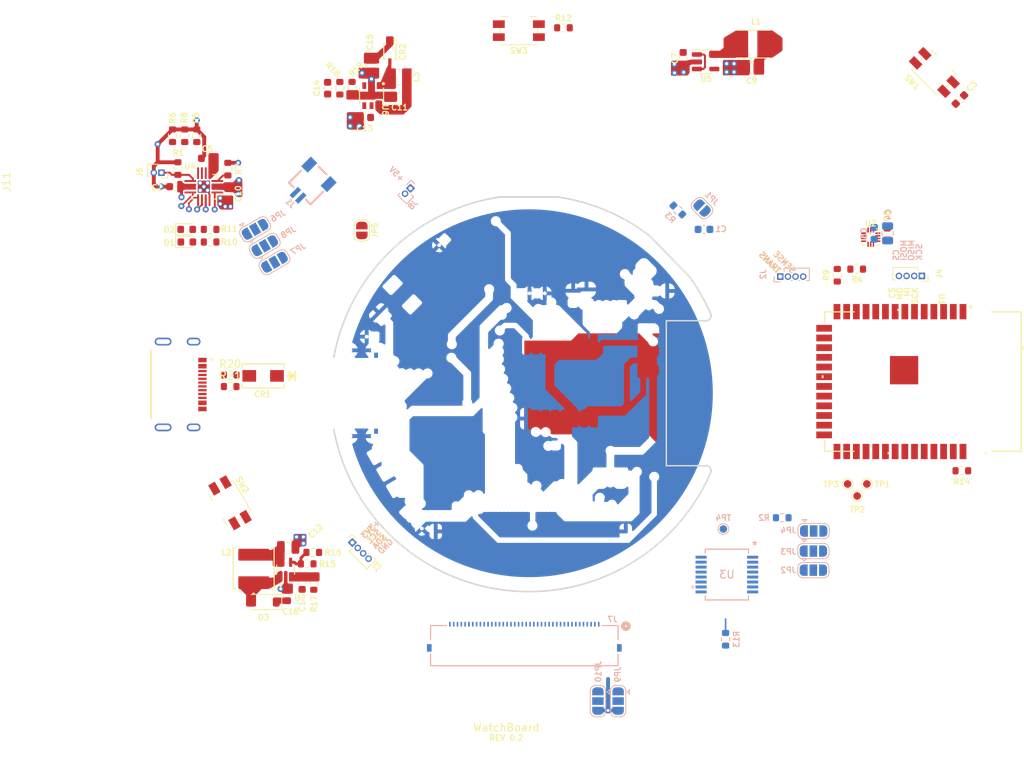
<source format=kicad_pcb>
(kicad_pcb (version 20221018) (generator pcbnew)
  (layers (0 "F.Cu" signal) (31 "B.Cu" signal) (34 "B.Paste" user) (35 "F.Paste" user) (36 "B.SilkS" user "B.Silkscreen") (37 "F.SilkS" user "F.Silkscreen") (38 "B.Mask" user) (39 "F.Mask" user) (44 "Edge.Cuts" user))
  (net 0 "")
  (net 1 "GND")
  (net 2 "Net-(JP1-A)")
  (net 3 "/VBAT")
  (net 4 "Net-(JP1-B)")
  (net 5 "+3.3V")
  (net 6 "+5V_IN")
  (net 7 "+4V4")
  (net 8 "Net-(U6-SS)")
  (net 9 "+5V")
  (net 10 "Net-(U6-FB)")
  (net 11 "+24V")
  (net 12 "/LEDK")
  (net 13 "Net-(D1-K)")
  (net 14 "Net-(D1-A)")
  (net 15 "Net-(D2-K)")
  (net 16 "Net-(D2-A)")
  (net 17 "Net-(D3-A)")
  (net 18 "/TRANSMIT")
  (net 19 "/SENSE_P")
  (net 20 "/SCL")
  (net 21 "/SDA")
  (net 22 "/SCK")
  (net 23 "/MISO")
  (net 24 "/MOSI")
  (net 25 "/CS")
  (net 26 "D-")
  (net 27 "D+")
  (net 28 "Net-(J6-Pin_1)")
  (net 29 "/ADDR0")
  (net 30 "/ADDR1")
  (net 31 "/ADDR2")
  (net 32 "Net-(JP6-C)")
  (net 33 "Net-(JP7-C)")
  (net 34 "Net-(JP8-C)")
  (net 35 "/IM1")
  (net 36 "/IM0")
  (net 37 "Net-(U4-TMR)")
  (net 38 "Net-(U4-ISET)")
  (net 39 "Net-(U4-ILIM)")
  (net 40 "Net-(U4-ITERM)")
  (net 41 "/BTN_1")
  (net 42 "/TFT_CS")
  (net 43 "Net-(J7-Pad12)")
  (net 44 "/PCLK")
  (net 45 "/BACKLIGHT")
  (net 46 "A1")
  (net 47 "/BOOT0_B4")
  (net 51 "/EXP_IRQ")
  (net 54 "/A0")
  (net 55 "/U5_SW")
  (net 56 "/U6_SW")
  (net 57 "/TFT_RESET")
  (net 58 "/TFT_MOSI")
  (net 59 "/TFT_SCK")
  (net 60 "/DE")
  (net 61 "/VSYNC")
  (net 62 "/HSYNC")
  (net 63 "/B1")
  (net 64 "/B2")
  (net 65 "/B3")
  (net 66 "/B5")
  (net 67 "/G0")
  (net 68 "/G1")
  (net 69 "/G2")
  (net 70 "/G3")
  (net 71 "/G4")
  (net 72 "/G5")
  (net 73 "/R1")
  (net 74 "/R2")
  (net 75 "/R3")
  (net 76 "/R4")
  (net 77 "/R5")
  (net 78 "/TP_IRQ")
  (net 79 "/RXD0")
  (net 80 "/TXD0")
  (net 83 "Net-(J11-VBUS_A)")
  (net 84 "Net-(J11-CC1)")
  (net 85 "Net-(J11-CC2)")
  (footprint "Resistor_SMD:R_0603_1608Metric" (layer "F.Cu") (at 25.336 46.99)
    (fp_text reference "R11")
    (fp_text value "1.5K")
  )
  (footprint "Resistor_SMD:R_0603_1608Metric" (layer "F.Cu") (at 42.331292 28.489907 90)
    (fp_text reference "R18")
    (fp_text value "8.06K")
  )
  (footprint "USB4500-03-0-A:GCT_USB4500-03-0-A_REVA1" (layer "F.Cu") (at 19.177 67.31 -90)
    (fp_text reference "J11")
    (fp_text value "USB4500-03-0-A_REVA1")
    (fp_line (start -4.62 -4.65) (end -4.62 1.6) (stroke (width 0.01)) (layer "Edge.Cuts"))
    (fp_line (start -4.62 1.6) (end 4.62 1.6) (stroke (width 0.01)) (layer "Edge.Cuts"))
    (fp_line (start 3.82 -4.6) (end -3.82 -4.6) (stroke (width 0.01)) (layer "Edge.Cuts"))
    (fp_line (start 4.62 1.6) (end 4.62 -4.65) (stroke (width 0.01)) (layer "Edge.Cuts"))
    (fp_arc (start -4.62 -4.65) (mid -4.517487 -4.897487) (end -4.27 -5) (stroke (width 0.01)) (layer "Edge.Cuts"))
    (fp_arc (start -4.27 -5) (mid -4.06201 -4.922132) (end -3.97 -4.72) (stroke (width 0.01)) (layer "Edge.Cuts"))
    (fp_arc (start -3.82 -4.6) (mid -3.919853 -4.628934) (end -3.97 -4.72) (stroke (width 0.01)) (layer "Edge.Cuts"))
    (fp_arc (start 3.97 -4.72) (mid 3.919853 -4.628934) (end 3.82 -4.6) (stroke (width 0.01)) (layer "Edge.Cuts"))
    (fp_arc (start 3.97 -4.72) (mid 4.06201 -4.922132) (end 4.27 -5) (stroke (width 0.01)) (layer "Edge.Cuts"))
    (fp_arc (start 4.27 -5) (mid 4.517487 -4.897487) (end 4.62 -4.65) (stroke (width 0.01)) (layer "Edge.Cuts"))
  )
  (footprint "NR5040T6R8M:IND_TAIYO_NR5040_TAY" (layer "F.Cu") (at 31.0393 91.3894 90)
    (fp_text reference "L2")
    (fp_text value "6.8uH")
  )
  (footprint "PMEG2010EA_135:CR_PMEG2010_NEX" (layer "F.Cu") (at 48.884785 23.678363 -90)
    (fp_text reference "CR2")
    (fp_text value "PMEG2010EA_135")
  )
  (footprint "Package_TO_SOT_SMD:SOT-23-5" (layer "F.Cu") (at 90.2525 25.027)
    (fp_text reference "U5")
    (fp_text value "TPS62203DBV")
  )
  (footprint "Package_LGA:LGA-14_2x2mm_P0.35mm_LayoutBorder3x4y" (layer "F.Cu") (at 111.887 48.006)
    (fp_text reference "U2")
    (fp_text value "LIS2DH")
  )
  (footprint "Capacitor_SMD:C_0603_1608Metric" (layer "F.Cu") (at 114.046 47.5983 90)
    (fp_text reference "C8")
    (fp_text value "100nF")
  )
  (footprint "Capacitor_SMD:C_0603_1608Metric" (layer "F.Cu") (at 20.8095 41.394 180)
    (fp_text reference "C2")
    (fp_text value "4.7UF")
  )
  (footprint "MBRA140TRPBF:DIODE_SMA_VIS-L" (layer "F.Cu") (at 32.281 66.1833 180)
    (fp_text reference "CR1")
    (fp_text value "VS-MBRA140TRPBF")
  )
  (footprint "Capacitor_SMD:C_0805_2012Metric" (layer "F.Cu") (at 46.481292 25.539907 -90)
    (fp_text reference "C15")
    (fp_text value "22uF")
  )
  (footprint "Resistor_SMD:R_0603_1608Metric" (layer "F.Cu") (at 43.931292 28.489907 -90)
    (fp_text reference "R19")
    (fp_text value "2.67K")
  )
  (footprint "ESP32-S3-WROOM-1-N8:ESP32-S3-WROOM-1-N8_EXP" (layer "F.Cu") (at 118.72 66.929 -90)
    (fp_text reference "U1")
    (fp_text value "ESP32-S3-WROOM-1-N8")
  )
  (footprint "Resistor_SMD:R_0603_1608Metric" (layer "F.Cu") (at 27.660207 39.093293 -90)
    (fp_text reference "R7")
    (fp_text value "2.1K")
  )
  (footprint "Capacitor_SMD:C_0603_1608Metric" (layer "F.Cu") (at 37.3893 93.3763 -90)
    (fp_text reference "C17")
    (fp_text value "100nF")
  )
  (footprint "Resistor_SMD:R_0603_1608Metric" (layer "F.Cu") (at 123.825 78.613 180)
    (fp_text reference "R14")
    (fp_text value "100")
  )
  (footprint "Button_Switch_SMD:Panasonic_EVQPUJ_EVQPUA" (layer "F.Cu") (at 27.94 82.804 120)
    (fp_text reference "SW2")
    (fp_text value "SW_Push")
  )
  (footprint "Resistor_SMD:R_0603_1608Metric" (layer "F.Cu") (at 71.628 20.574 180)
    (fp_text reference "R12")
    (fp_text value "10K")
  )
  (footprint "Capacitor_SMD:C_0603_1608Metric" (layer "F.Cu") (at 87.313149 24.577432 -90)
    (fp_text reference "C7")
    (fp_text value "4.7UF")
  )
  (footprint "TPS61169DCKR:SOT65P210X110-5N" (layer "F.Cu") (at 35.23 91.561 90)
    (fp_text reference "U7")
    (fp_text value "TPS61169DCKR")
  )
  (footprint "ECS-MPI2520R0-1R0-R:IND_ECS-MPI2520R0-1R0-R" (layer "F.Cu") (at 50.042094 27.032457 180)
    (fp_text reference "L3")
    (fp_text value "0.9uH")
  )
  (footprint "Capacitor_SMD:C_0603_1608Metric" (layer "F.Cu") (at 27.599195 42.322572 -90)
    (fp_text reference "C10")
    (fp_text value "4.7UF")
  )
  (footprint "Resistor_SMD:R_0603_1608Metric" (layer "F.Cu") (at 27.963 66.0563)
    (fp_text reference "R20")
    (fp_text value "5.1K")
  )
  (footprint "Capacitor_SMD:C_0805_2012Metric" (layer "F.Cu") (at 35.555 88.736)
    (fp_text reference "C12")
    (fp_text value "10uF")
  )
  (footprint "Connector_PinSocket_1.00mm:PinSocket_1x04_P1.00mm_Vertical" (layer "F.Cu") (at 43.975401 88.015279 45)
    (fp_text reference "J3")
    (fp_text value "Conn_01x04_Socket")
  )
  (footprint "Capacitor_SMD:C_0603_1608Metric" (layer "F.Cu") (at 40.731292 28.489907 90)
    (fp_text reference "C14")
    (fp_text value "3.3pF")
  )
  (footprint "Capacitor_SMD:C_0603_1608Metric" (layer "F.Cu") (at 50.159391 29.572457 180)
    (fp_text reference "C11")
    (fp_text value "4.7UF")
  )
  (footprint "Resistor_SMD:R_0603_1608Metric" (layer "F.Cu") (at 38.054293 90.810293 180)
    (fp_text reference "R15")
    (fp_text value "10K")
  )
  (footprint "Button_Switch_SMD:Panasonic_EVQPUJ_EVQPUA" (layer "F.Cu") (at 65.786 20.947)
    (fp_text reference "SW3")
    (fp_text value "SW_Push")
  )
  (footprint "Capacitor_SMD:C_0805_2012Metric" (layer "F.Cu") (at 96.280001 25.823 180)
    (fp_text reference "C9")
    (fp_text value "10uF")
  )
  (footprint "LQH43PN100M26L:IND_LQH43PN100M26L" (layer "F.Cu") (at 96.4833 22.7113)
    (fp_text reference "L1")
    (fp_text value "LQH43PN100M26L")
  )
  (footprint "Capacitor_SMD:C_0603_1608Metric" (layer "F.Cu") (at 123.571 29.972 45)
    (fp_text reference "C3")
    (fp_text value "1uF")
  )
  (footprint "LED_SMD:LED_0603_1608Metric" (layer "F.Cu") (at 22.288 48.641)
    (fp_text reference "D1")
    (fp_text value "LED")
  )
  (footprint "Capacitor_SMD:C_0603_1608Metric" (layer "F.Cu") (at 45.583794 32.325157 180)
    (fp_text reference "C13")
    (fp_text value "0.047UF")
  )
  (footprint "Resistor_SMD:R_0603_1608Metric" (layer "F.Cu") (at 38.779293 89.311707)
    (fp_text reference "R16")
    (fp_text value "0")
  )
  (footprint "Resistor_SMD:R_0603_1608Metric" (layer "F.Cu") (at 21.1095 39.019 90)
    (fp_text reference "R1")
    (fp_text value "10K")
  )
  (footprint "Package_DFN_QFN:VQFN-16-1EP_3x3mm_P0.5mm_EP1.6x1.6mm" (layer "F.Cu") (at 24.5095 41.394)
    (fp_text reference "U4")
    (fp_text value "BQ24074RGT")
  )
  (footprint "Jumper:SolderJumper-2_P1.3mm_Open_RoundedPad1.0x1.5mm" (layer "F.Cu") (at 45.212 47.132 90)
    (fp_text reference "JP5")
    (fp_text value "SolderJumper_2_Open")
  )
  (footprint "Capacitor_SMD:C_0603_1608Metric" (layer "F.Cu") (at 24.972 37.681502 180)
    (fp_text reference "C5")
    (fp_text value "1uF")
  )
  (footprint "Resistor_SMD:R_0603_1608Metric" (layer "F.Cu") (at 110.045 52.197)
    (fp_text reference "R4")
    (fp_text value "10K")
  )
  (footprint "Button_Switch_SMD:Panasonic_EVQPUJ_EVQPUA" (layer "F.Cu") (at 120.224804 26.430885 -45)
    (fp_text reference "SW1")
    (fp_text value "SW_Push")
  )
  (footprint "Connector_PinSocket_1.00mm:PinSocket_1x02_P1.00mm_Vertical" (layer "F.Cu") (at 18.9585 39.559 -90)
    (fp_text reference "J6")
    (fp_text value "Thermistor")
  )
  (footprint "LED_SMD:LED_0603_1608Metric" (layer "F.Cu") (at 22.2665 46.99)
    (fp_text reference "D2")
    (fp_text value "LED")
  )
  (footprint "Resistor_SMD:R_0603_1608Metric" (layer "F.Cu") (at 38.9133 93.3763 -90)
    (fp_text reference "R17")
    (fp_text value "10.2")
  )
  (footprint "TestPoint:TestPoint_Pad_D1.0mm" (layer "F.Cu") (at 108.859 80.341)
    (fp_text reference "TP3")
    (fp_text value "TestPoint")
  )
  (footprint "TestPoint:TestPoint_Pad_D1.0mm" (layer "F.Cu") (at 111.384 80.34)
    (fp_text reference "TP1")
    (fp_text value "TestPoint")
  )
  (footprint "Resistor_SMD:R_0603_1608Metric" (layer "F.Cu") (at 23.5845 34.719 -90)
    (fp_text reference "R5")
    (fp_text value "0")
  )
  (footprint "TestPoint:TestPoint_Pad_D1.0mm" (layer "F.Cu") (at 110.109 81.915)
    (fp_text reference "TP2")
    (fp_text value "TestPoint")
  )
  (footprint "Resistor_SMD:R_0603_1608Metric" (layer "F.Cu") (at 27.963 67.5803)
    (fp_text reference "R21")
    (fp_text value "5.1K")
  )
  (footprint "LT3467AES6_TRMPBF:TSOT-23_S6_LIT" (layer "F.Cu") (at 46.482 29.464 -90)
    (fp_text reference "U6")
    (fp_text value "LT3467AES6-TRMPBF")
  )
  (footprint "Capacitor_SMD:C_0603_1608Metric" (layer "F.Cu") (at 35.455 94.86 90)
    (fp_text reference "C16")
    (fp_text value "1uF")
  )
  (footprint "Resistor_SMD:R_0603_1608Metric" (layer "F.Cu") (at 20.408793 34.718293 -90)
    (fp_text reference "R6")
    (fp_text value "3.3K")
  )
  (footprint "Connector_PinSocket_1.00mm:PinSocket_1x04_P1.00mm_Vertical" (layer "F.Cu") (at 118.586 53.086 -90)
    (fp_text reference "J4")
    (fp_text value "Conn_01x04_Socket")
  )
  (footprint "Resistor_SMD:R_0603_1608Metric" (layer "F.Cu") (at 25.336 48.641 180)
    (fp_text reference "R10")
    (fp_text value "1.5K")
  )
  (footprint "Resistor_SMD:R_0603_1608Metric" (layer "F.Cu") (at 107.505 52.997 90)
    (fp_text reference "R9")
    (fp_text value "10K")
  )
  (footprint "Resistor_SMD:R_0603_1608Metric" (layer "F.Cu") (at 22.0095 34.719 -90)
    (fp_text reference "R8")
    (fp_text value "3K")
  )
  (footprint "Diode_SMD:D_SOD-123" (layer "F.Cu") (at 32.355 95.811 180)
    (fp_text reference "D3")
    (fp_text value "NSR0240")
  )
  (footprint "62684-401100ALF:CONN40_1100ALF_AMP" (layer "B.Cu") (at 76.252228 98.7171 180)
    (fp_text reference "J7")
    (fp_text value "62684-401100ALF")
  )
  (footprint "Capacitor_SMD:C_0805_2012Metric" (layer "B.Cu") (at 114.0987 47.506 90)
    (fp_text reference "C4")
    (fp_text value "10uF")
  )
  (footprint "Connector_PinSocket_1.00mm:PinSocket_1x04_P1.00mm_Vertical" (layer "B.Cu") (at 100.037 53.1696 -90)
    (fp_text reference "J2")
    (fp_text value "Conn_01x04_Socket")
  )
  (footprint "Jumper:SolderJumper-3_P1.3mm_Open_RoundedPad1.0x1.5mm" (layer "B.Cu") (at 33.764833 51.293 30)
    (fp_text reference "JP7")
    (fp_text value "SolderJumper_3_Open")
  )
  (footprint "Jumper:SolderJumper-3_P1.3mm_Open_RoundedPad1.0x1.5mm" (layer "B.Cu") (at 104.372 89.1355)
    (fp_text reference "JP3")
    (fp_text value "SolderJumper_3_Open")
  )
  (footprint "Jumper:SolderJumper-2_P1.3mm_Open_RoundedPad1.0x1.5mm" (layer "B.Cu") (at 89.789 44.196 135)
    (fp_text reference "JP1")
    (fp_text value "SolderJumper_2_Open")
  )
  (footprint "Jumper:SolderJumper-3_P1.3mm_Open_RoundedPad1.0x1.5mm" (layer "B.Cu") (at 104.372 91.6355)
    (fp_text reference "JP2")
    (fp_text value "SolderJumper_3_Open")
  )
  (footprint "Jumper:SolderJumper-3_P1.3mm_Open_RoundedPad1.0x1.5mm" (layer "B.Cu") (at 78.795002 108.787496 -90)
    (fp_text reference "JP9")
    (fp_text value "SolderJumper_3_Open")
  )
  (footprint "Jumper:SolderJumper-3_P1.3mm_Open_RoundedPad1.0x1.5mm" (layer "B.Cu") (at 32.494833 49.134 30)
    (fp_text reference "JP8")
    (fp_text value "SolderJumper_3_Open")
  )
  (footprint "TestPoint:TestPoint_Pad_D1.0mm" (layer "B.Cu") (at 92.5763 86.242293 180)
    (fp_text reference "TP4")
    (fp_text value "TestPoint")
  )
  (footprint "PCA9554AD:SOT338-1_NXP-L" (layer "B.Cu") (at 93.0402 92.213001 180)
    (fp_text reference "U3")
    (fp_text value "PCA9554AD")
  )
  (footprint "Connector_PinSocket_1.00mm:PinSocket_1x02_P1.00mm_Vertical" (layer "B.Cu") (at 51.583493 41.605386 135)
    (fp_text reference "J8")
    (fp_text value "Conn_01x02_Socket")
  )
  (footprint "Jumper:SolderJumper-3_P1.3mm_Open_RoundedPad1.0x1.5mm" (layer "B.Cu") (at 31.224833 46.975 30)
    (fp_text reference "JP6")
    (fp_text value "SolderJumper_3_Open")
  )
  (footprint "Resistor_SMD:R_0603_1608Metric" (layer "B.Cu") (at 92.872 100.693 90)
    (fp_text reference "R13")
    (fp_text value "10K")
  )
  (footprint "Resistor_SMD:R_0603_1608Metric" (layer "B.Cu") (at 100.297 84.768 180)
    (fp_text reference "R2")
    (fp_text value "10K")
  )
  (footprint "Jumper:SolderJumper-3_P1.3mm_Open_RoundedPad1.0x1.5mm" (layer "B.Cu") (at 76.145002 108.787496 -90)
    (fp_text reference "JP10")
    (fp_text value "SolderJumper_3_Open")
  )
  (footprint "Jumper:SolderJumper-3_P1.3mm_Open_RoundedPad1.0x1.5mm" (layer "B.Cu") (at 104.409993 86.506907)
    (fp_text reference "JP4")
    (fp_text value "SolderJumper_3_Open")
  )
  (footprint "Capacitor_SMD:C_0603_1608Metric" (layer "B.Cu") (at 112.3487 47.506 90)
    (fp_text reference "C6")
    (fp_text value "100nF")
  )
  (footprint "SM02B-SRSS-TB:SM02B-SRSS-TB" (layer "B.Cu") (at 38.674757 37.871817 -45)
    (fp_text reference "J1")
    (fp_text value "SM02B-SRSS-TB_LFSN_" hide)
  )
  (footprint "Capacitor_SMD:C_0603_1608Metric" (layer "B.Cu") (at 90.043 46.99 180)
    (fp_text reference "C1")
    (fp_text value "100nF")
  )
  (footprint "Resistor_SMD:R_0603_1608Metric" (layer "B.Cu") (at 86.614 44.45 -45)
    (fp_text reference "R3")
    (fp_text value "10K")
  )
  (gr_arc (start 72.099853 93.962009) (mid 52.492853 89.956238) (end 41.543152 73.205575) (stroke (width 0.2)) (layer "Edge.Cuts"))
  (gr_arc (start 90.2984 77.9546) (mid 90.863417 78.262231) (end 90.898399 78.9046) (stroke (width 0.2)) (layer "Edge.Cuts"))
  (gr_line (start 85.0984 58.9546) (end 90.2984 58.954599) (stroke (width 0.2)) (layer "Edge.Cuts"))
  (gr_line (start 85.0984 58.9546) (end 85.0984 77.9546) (stroke (width 0.2)) (layer "Edge.Cuts"))
  (gr_arc (start 88.148051 53.204856) (mid 89.651275 55.531353) (end 90.8984 58.0046) (stroke (width 0.2)) (layer "Edge.Cuts"))
  (gr_line (start 82.9484 47.8546) (end 88.1484 53.2046) (stroke (width 0.2)) (layer "Edge.Cuts"))
  (gr_arc (start 70.851263 42.734987) (mid 77.228586 44.517979) (end 82.9484 47.854601) (stroke (width 0.2)) (layer "Edge.Cuts"))
  (gr_arc (start 90.898399 78.9046) (mid 83.348394 88.742038) (end 72.099853 93.962009) (stroke (width 0.2)) (layer "Edge.Cuts"))
  (gr_line (start 63.346463 42.741322) (end 70.850338 42.74132) (stroke (width 0.2)) (layer "Edge.Cuts"))
  (gr_arc (start 41.550581 63.705005) (mid 49.084852 49.725965) (end 63.346463 42.741322) (stroke (width 0.2)) (layer "Edge.Cuts"))
  (gr_arc (start 90.898399 58.0046) (mid 90.86339 58.646952) (end 90.2984 58.9546) (stroke (width 0.2)) (layer "Edge.Cuts"))
  (gr_line (start 85.0984 77.9546) (end 90.2984 77.9546) (stroke (width 0.2)) (layer "Edge.Cuts"))
  (gr_text "GND" (at 47.429632 89.399 45) (layer "B.SilkS") (effects (font (size 0.75 0.75)) (justify right mirror)))
  (gr_text "TRANS" (at 99.952 52.6296 315) (layer "B.SilkS") (effects (font (size 0.75 0.75)) (justify left mirror)))
  (gr_text "+3V3" (at 45.254632 87.374 45) (layer "B.SilkS") (effects (font (size 0.75 0.75)) (justify right mirror)))
  (gr_text "SCL" (at 45.979632 87.999 45) (layer "B.SilkS") (effects (font (size 0.75 0.75)) (justify right mirror)))
  (gr_text "MISO" (at 117.221 51.181 90) (layer "B.SilkS") (effects (font (size 0.75 0.75)) (justify right mirror)))
  (gr_text "SCK" (at 118.221 51.181 90) (layer "B.SilkS") (effects (font (size 0.75 0.75)) (justify right mirror)))
  (gr_text "CS" (at 115.221 51.181 90) (layer "B.SilkS") (effects (font (size 0.75 0.75)) (justify right mirror)))
  (gr_text "SENSE" (at 101.927 52.6296 315) (layer "B.SilkS") (effects (font (size 0.75 0.75)) (justify left mirror)))
  (gr_text "MOSI" (at 116.221 51.181 90) (layer "B.SilkS") (effects (font (size 0.75 0.75)) (justify right mirror)))
  (gr_text "+5V" (at 49.784 39.751 315) (layer "B.SilkS") (effects (font (size 0.75 0.75)) (justify mirror)))
  (gr_text "SDA" (at 46.704632 88.699 45) (layer "B.SilkS") (effects (font (size 0.75 0.75)) (justify right mirror)))
  (gr_text "WatchBoard" (at 64.135 112.846) (layer "F.SilkS") (effects (font (size 1 1) (thickness 0.15) bold) (justify bottom)))
  (gr_text "3V3" (at 45.339 87.249 45) (layer "F.SilkS") (effects (font (size 0.75 0.75)) (justify left)))
  (gr_text "SENSE" (at 101.952 52.6296 -45) (layer "F.SilkS") (effects (font (size 0.75 0.75)) (justify right)))
  (gr_text "GND" (at 47.429632 89.399 45) (layer "F.SilkS") (effects (font (size 0.75 0.75)) (justify left)))
  (gr_text "SCK" (at 117.697 54.483 90) (layer "F.SilkS") (effects (font (size 0.75 0.75)) (justify right)))
  (gr_text "REV 0.2" (at 64.135 114.046) (layer "F.SilkS") (effects (font (size 0.75 0.75) (thickness 0.15) bold) (justify bottom)))
  (gr_text "CS" (at 114.697 54.483 90) (layer "F.SilkS") (effects (font (size 0.75 0.75)) (justify right)))
  (gr_text "SDA" (at 46.729632 88.674 45) (layer "F.SilkS") (effects (font (size 0.75 0.75)) (justify left)))
  (gr_text "TRANS" (at 99.977 52.6296 315) (layer "F.SilkS") (effects (font (size 0.75 0.75)) (justify right)))
  (gr_text "MO" (at 115.697 54.483 90) (layer "F.SilkS") (effects (font (size 0.75 0.75)) (justify right)))
  (gr_text "MI" (at 116.697 54.483 90) (layer "F.SilkS") (effects (font (size 0.75 0.75)) (justify right)))
  (gr_text "SCL" (at 46.004632 87.999 45) (layer "F.SilkS") (effects (font (size 0.75 0.75)) (justify left)))
  (segment (start 23.5845 33.894) (end 20.4095 33.894) (width 0.508) (layer "F.Cu") (net 1))
  (segment (start 18.4595 35.844) (end 18.4649 35.8386) (width 0.508) (layer "F.Cu") (net 1))
  (segment (start 24.5643 37.3142) (end 24.197 37.6815) (width 0.508) (layer "F.Cu") (net 1))
  (segment (start 23.5845 33.894) (end 23.5845 32.719042) (width 0.508) (layer "F.Cu") (net 1))
  (segment (start 25.1861 42.335515) (end 25.1861 42.0706) (width 0.2032) (layer "F.Cu") (net 1))
  (segment (start 25.1861 42.0706) (end 24.96735 41.85185) (width 0.2032) (layer "F.Cu") (net 1))
  (segment (start 18.9095 41.369) (end 19.0115 41.369) (width 0.508) (layer "F.Cu") (net 1))
  (segment (start 28.9595 38.269) (end 28.9595 38.269) (width 0.508) (layer "F.Cu") (net 1))
  (segment (start 29.0095 38.269008) (end 29.009508 38.269) (width 0.508) (layer "F.Cu") (net 1))
  (segment (start 18.4649 35.8386) (end 18.4649 38.194) (width 0.508) (layer "F.Cu") (net 1))
  (segment (start 25.2595 42.8315) (end 25.2595 42.408915) (width 0.2032) (layer "F.Cu") (net 1))
  (segment (start 18.2845 41.369) (end 18.9095 41.369) (width 0.508) (layer "F.Cu") (net 1))
  (segment (start 19.0365 41.394) (end 20.0345 41.394) (width 0.508) (layer "F.Cu") (net 1))
  (segment (start 24.5643 34.8738) (end 24.5643 37.3142) (width 0.508) (layer "F.Cu") (net 1))
  (segment (start 18.4649 38.194) (end 17.9595 38.6994) (width 0.508) (layer "F.Cu") (net 1))
  (segment (start 17.9595 39.559) (end 17.9595 41.044) (width 0.508) (layer "F.Cu") (net 1))
  (segment (start 17.9595 41.044) (end 18.2845 41.369) (width 0.508) (layer "F.Cu") (net 1))
  (segment (start 25.2595 42.408915) (end 25.1861 42.335515) (width 0.2032) (layer "F.Cu") (net 1))
  (segment (start 23.5845 32.719) (end 23.5845 32.719042) (width 0.508) (layer "F.Cu") (net 1))
  (segment (start 17.9595 38.6994) (end 17.9595 39.559) (width 0.508) (layer "F.Cu") (net 1))
  (segment (start 21.1095 38.194) (end 18.4649 38.194) (width 0.508) (layer "F.Cu") (net 1))
  (segment (start 20.4095 33.894) (end 18.4845 35.819) (width 0.508) (layer "F.Cu") (net 1))
  (segment (start 23.5845 33.894) (end 24.5643 34.8738) (width 0.508) (layer "F.Cu") (net 1))
  (segment (start 35.455 94.086) (end 34.579943 94.086) (width 0.8128) (layer "F.Cu") (net 1))
  (segment (start 18.4595 35.819) (end 18.4595 35.844) (width 0.508) (layer "F.Cu") (net 1))
  (segment (start 24.96735 41.85185) (end 25.0111 41.85185) (width 0.2032) (layer "F.Cu") (net 1))
  (segment (start 19.0115 41.369) (end 19.0365 41.394) (width 0.508) (layer "F.Cu") (net 1))
  (segment (start 18.4845 35.819) (end 18.4595 35.819) (width 0.508) (layer "F.Cu") (net 1))
  (segment (start 27.6595 38.269) (end 29.009508 38.269) (width 0.508) (layer "F.Cu") (net 1))
  (via (at 18.4595 35.819) (size 0.8) (drill 0.4) (layers "F.Cu" "B.Cu") (net 1))
  (via (at 37.555 88.136) (size 0.8) (drill 0.4) (layers "F.Cu" "B.Cu") (net 1))
  (via (at 18.9095 41.369) (size 0.8) (drill 0.4) (layers "F.Cu" "B.Cu") (net 1))
  (via (at 28.0095 43.994) (size 0.6096) (drill 0.4064) (layers "F.Cu" "B.Cu") (net 1))
  (via (at 87.375 26.4005) (size 0.8) (drill 0.4) (layers "F.Cu" "B.Cu") (net 1))
  (via (at 27.3095 43.994) (size 0.6096) (drill 0.4064) (layers "F.Cu" "B.Cu") (net 1))
  (via (at 26.6595 42.894) (size 0.6096) (drill 0.4064) (layers "F.Cu" "B.Cu") (net 1))
  (via (at 24.9979 41.8686) (size 0.6096) (drill 0.4064) (layers "F.Cu" "B.Cu") (net 1))
  (via (at 43.681296 33.458407) (size 0.8128) (drill 0.4064) (layers "F.Cu" "B.Cu") (net 1))
  (via (at 93.005 26.373) (size 0.8128) (drill 0.4064) (layers "F.Cu" "B.Cu") (net 1))
  (via (at 93.005 25.273) (size 0.8128) (drill 0.4064) (layers "F.Cu" "B.Cu") (net 1))
  (via (at 37.554998 87.286) (size 0.8) (drill 0.4) (layers "F.Cu" "B.Cu") (net 1))
  (via (at 93.98 26.373) (size 0.8128) (drill 0.4064) (layers "F.Cu" "B.Cu") (net 1))
  (via (at 43.681296 32.308407) (size 0.8128) (drill 0.4064) (layers "F.Cu" "B.Cu") (net 1))
  (via (at 86.178454 26.484835) (size 0.8) (drill 0.4) (layers "F.Cu" "B.Cu") (net 1))
  (via (at 23.5845 32.719042) (size 0.8) (drill 0.4) (layers "F.Cu" "B.Cu") (net 1))
  (via (at 45.231292 26.489907) (size 0.8128) (drill 0.4064) (layers "F.Cu" "B.Cu") (net 1))
  (via (at 86.155 25.348) (size 0.8) (drill 0.4) (layers "F.Cu" "B.Cu") (net 1))
  (via (at 26.6595 43.644) (size 0.6096) (drill 0.4064) (layers "F.Cu" "B.Cu") (net 1))
  (via (at 24.0327 41.8686) (size 0.6096) (drill 0.4064) (layers "F.Cu" "B.Cu") (net 1))
  (via (at 29.009508 38.269) (size 0.8) (drill 0.4) (layers "F.Cu" "B.Cu") (net 1))
  (via (at 44.833796 33.449159) (size 0.8128) (drill 0.4064) (layers "F.Cu" "B.Cu") (net 1))
  (via (at 34.579941 94.086001) (size 0.8) (drill 0.4) (layers "F.Cu" "B.Cu") (net 1))
  (via (at 93.98 25.273) (size 0.8128) (drill 0.4064) (layers "F.Cu" "B.Cu") (net 1))
  (via (at 24.5095 41.394) (size 0.6096) (drill 0.4064) (layers "F.Cu" "B.Cu") (net 1))
  (via (at 46.481292 27.289907) (size 0.8128) (drill 0.4064) (layers "F.Cu" "B.Cu") (net 1))
  (via (at 36.655 87.286) (size 0.8) (drill 0.4) (layers "F.Cu" "B.Cu") (net 1))
  (via (at 24.0327 40.9034) (size 0.6096) (drill 0.4064) (layers "F.Cu" "B.Cu") (net 1))
  (via (at 24.9979 40.9034) (size 0.6096) (drill 0.4064) (layers "F.Cu" "B.Cu") (net 1))
  (segment (start 21.5845 41.394) (end 21.5845 42.769002) (width 0.4064) (layer "F.Cu") (net 3))
  (via (at 21.5845 42.769002) (size 0.8128) (drill 0.4064) (layers "F.Cu" "B.Cu") (net 3))
  (via (at 77.47 110.012496) (size 0.8) (drill 0.4) (layers "F.Cu" "B.Cu") (net 5))
  (segment (start 77.47 105.887504) (end 77.47 110.012496) (width 0.508) (layer "B.Cu") (net 5))
  (segment (start 77.47 110.012496) (end 78.720002 110.012496) (width 0.508) (layer "B.Cu") (net 5))
  (segment (start 76.220002 110.012496) (end 77.47 110.012496) (width 0.508) (layer "B.Cu") (net 5))
  (segment (start 25.8095 37.619002) (end 25.747 37.681502) (width 0.508) (layer "F.Cu") (net 6))
  (segment (start 25.747 37.6815) (end 25.747 37.681502) (width 0.8128) (layer "F.Cu") (net 6))
  (segment (start 90.1683 25.7553) (end 89.9456 25.978) (width 0.254) (layer "F.Cu") (net 7))
  (segment (start 89.115 24.078) (end 90.015 24.078) (width 0.254) (layer "F.Cu") (net 7))
  (segment (start 90.1683 24.2313) (end 90.1683 25.7553) (width 0.254) (layer "F.Cu") (net 7))
  (segment (start 89.9456 25.978) (end 89.115 25.978) (width 0.254) (layer "F.Cu") (net 7))
  (segment (start 90.015 24.078) (end 90.1683 24.2313) (width 0.254) (layer "F.Cu") (net 7))
  (via (at 29.0619 42.3258) (size 0.8128) (drill 0.4064) (layers "F.Cu" "B.Cu") (net 7))
  (via (at 29.1127 40.5478) (size 0.8128) (drill 0.4064) (layers "F.Cu" "B.Cu") (net 7))
  (segment (start 34.18 95.636) (end 35.455 95.636) (width 0.8128) (layer "F.Cu") (net 11))
  (segment (start 24.7595 42.8315) (end 24.7595 44.369) (width 0.254) (layer "F.Cu") (net 13))
  (via (at 24.7595 44.369) (size 0.8) (drill 0.4) (layers "F.Cu" "B.Cu") (net 13))
  (segment (start 25.947 44.206494) (end 25.934494 44.219) (width 0.254) (layer "F.Cu") (net 15))
  (segment (start 25.947 42.144) (end 25.947 44.206494) (width 0.254) (layer "F.Cu") (net 15))
  (via (at 25.934494 44.369) (size 0.8) (drill 0.4) (layers "F.Cu" "B.Cu") (net 15))
  (segment (start 22.5845 39.844) (end 21.1095 39.844) (width 0.254) (layer "F.Cu") (net 28))
  (segment (start 23.072 40.3315) (end 22.5845 39.844) (width 0.254) (layer "F.Cu") (net 28))
  (segment (start 20.0495 39.559) (end 18.9595 39.559) (width 0.254) (layer "F.Cu") (net 28))
  (segment (start 21.1095 39.844) (end 20.3345 39.844) (width 0.254) (layer "F.Cu") (net 28))
  (segment (start 23.072 40.644) (end 23.072 40.3315) (width 0.254) (layer "F.Cu") (net 28))
  (segment (start 20.3345 39.844) (end 20.0495 39.559) (width 0.254) (layer "F.Cu") (net 28))
  (segment (start 23.072 42.4251) (end 21.5608 43.9363) (width 0.2032) (layer "F.Cu") (net 32))
  (segment (start 23.072 42.144) (end 23.072 42.4251) (width 0.2032) (layer "F.Cu") (net 32))
  (via (at 21.5608 43.9363) (size 0.8) (drill 0.4) (layers "F.Cu" "B.Cu") (net 32))
  (segment (start 24.2595 43.744) (end 23.6345 44.369) (width 0.2032) (layer "F.Cu") (net 33))
  (segment (start 24.2595 42.8315) (end 24.2595 43.744) (width 0.2032) (layer "F.Cu") (net 33))
  (via (at 23.6345 44.369) (size 0.8) (drill 0.4) (layers "F.Cu" "B.Cu") (net 33))
  (segment (start 23.7595 42.8315) (end 23.272 42.8315) (width 0.2032) (layer "F.Cu") (net 34))
  (segment (start 23.272 42.8315) (end 22.5595 43.544) (width 0.2032) (layer "F.Cu") (net 34))
  (segment (start 22.5595 43.544) (end 22.5595 44.344) (width 0.2032) (layer "F.Cu") (net 34))
  (via (at 22.5595 44.344) (size 0.8) (drill 0.4) (layers "F.Cu" "B.Cu") (net 34))
  (segment (start 27.0345 39.919) (end 27.6595 39.919) (width 0.25) (layer "F.Cu") (net 39))
  (segment (start 25.947 40.644) (end 26.3095 40.644) (width 0.25) (layer "F.Cu") (net 39))
  (segment (start 26.3095 40.644) (end 27.0345 39.919) (width 0.25) (layer "F.Cu") (net 39))
  (segment (start 92.872 99.868) (end 92.872 98.0282) (width 0.2032) (layer "B.Cu") (net 42))
  (segment (start 37.23 90.811) (end 37.23 90.036) (width 0.381) (layer "F.Cu") (net 45))
  (segment (start 37.23 90.036) (end 37.955 89.311) (width 0.381) (layer "F.Cu") (net 45))
  (segment (start 36.58 90.811) (end 37.23 90.811) (width 0.381) (layer "F.Cu") (net 45))
  (segment (start 36.37 90.601) (end 36.58 90.811) (width 0.381) (layer "F.Cu") (net 45))
  (segment (start 35.88 90.601) (end 36.37 90.601) (width 0.381) (layer "F.Cu") (net 45))
  (zone (net 55) (net_name "/U5_SW") (layer "F.Cu") (priority 18) (connect_pads yes (clearance 0.254)) (min_thickness 0.254) (fill yes (thermal_gap 0.508) (thermal_bridge_width 0.508) (smoothing chamfer) (radius 0.127) (island_removal_mode 2) (island_area_min 10))
    (polygon (pts (xy 90.715 24.523) (xy 90.715 23.578) (xy 92.115 23.578) (xy 92.605 23.198) (xy 92.605 21.898) (xy 94.23 20.923) (xy 95.83 20.923) (xy 95.83 24.523)))
  )
  (zone (net 7) (net_name "+4V4") (layer "F.Cu") (connect_pads yes (clearance 0.2032)) (min_thickness 0.254) (fill yes (thermal_gap 0.508) (thermal_bridge_width 0.508) (smoothing chamfer) (radius 0.127))
    (polygon (pts (xy 26.6095 40.994) (xy 26.8595 40.794) (xy 28.3595 40.819) (xy 28.8595 40.219) (xy 29.5563 40.269) (xy 29.5563 42.769) (xy 28.8595 42.769) (xy 28.3595 42.119) (xy 26.8095 42.094) (xy 26.6095 41.794) (xy 25.4595 41.794) (xy 25.4595 40.994)))
  )
  (zone (net 1) (net_name "GND") (layer "F.Cu") (connect_pads yes (clearance 0.2032)) (min_thickness 0.254) (fill yes (thermal_gap 0.508) (thermal_bridge_width 0.508) (smoothing chamfer) (radius 0.127))
    (polygon (pts (xy 48.131292 29.989907) (xy 48.131292 30.289907) (xy 49.831292 30.289907) (xy 49.831292 28.939907) (xy 46.931292 28.939907) (xy 46.931292 27.239907) (xy 47.481292 27.239907) (xy 47.481292 25.789907) (xy 44.781292 25.789907) (xy 44.781292 27.239907) (xy 46.031292 27.239907) (xy 46.031292 28.939907) (xy 44.781292 28.939907) (xy 44.781292 28.739907) (xy 43.181292 28.739907) (xy 43.181292 29.989907)))
  )
  (zone (net 7) (net_name "+4V4") (layer "F.Cu") (priority 8) (connect_pads yes (clearance 0.2032)) (min_thickness 0.254) (fill yes (thermal_gap 0.508) (thermal_bridge_width 0.508) (smoothing chamfer) (radius 0.127))
    (polygon (pts (xy 50.481292 30.689907) (xy 47.881292 30.689907) (xy 47.881292 30.089907) (xy 46.981292 30.089907) (xy 46.981292 31.339907) (xy 47.581292 31.939907) (xy 51.731292 31.939907) (xy 51.731292 25.889907) (xy 50.481292 25.889907)))
  )
  (zone (net 17) (net_name "Net-(D3-A)") (layer "F.Cu") (priority 17) (connect_pads yes (clearance 0.2032)) (min_thickness 0.254) (fill yes (thermal_gap 0.508) (thermal_bridge_width 0.508) (smoothing chamfer) (radius 0.127))
    (polygon (pts (xy 34.83 91.736) (xy 34.38 91.736) (xy 33.555 92.611) (xy 29.03 92.611) (xy 29.03 94.111) (xy 29.28 94.111) (xy 30.055 94.886) (xy 30.03 96.411) (xy 31.355 96.411) (xy 31.355 94.886) (xy 32.08 94.111) (xy 33.03 94.111) (xy 34.83 93.111)))
  )
  (zone (net 5) (net_name "+3.3V") (layer "F.Cu") (priority 2) (connect_pads yes (clearance 0.2032)) (min_thickness 0.254) (fill yes (thermal_gap 0.508) (thermal_bridge_width 0.508) (smoothing chamfer) (radius 0.127))
    (polygon (pts (xy 96.53 26.723) (xy 97.93 26.723) (xy 97.93 24.823) (xy 98.23 24.523) (xy 98.955 24.523) (xy 100.33 23.573) (xy 100.33 21.873) (xy 98.93 20.873) (xy 97.03 20.873) (xy 97.03 24.373) (xy 96.53 24.823)))
  )
  (zone (net 1) (net_name "GND") (layer "F.Cu") (priority 19) (connect_pads yes (clearance 0.254)) (min_thickness 0.254) (fill yes (thermal_gap 0.508) (thermal_bridge_width 0.508) (smoothing chamfer) (radius 0.127) (island_removal_mode 2) (island_area_min 9.999999))
    (polygon (pts (xy 36.005 89.486) (xy 36.005 87.886) (xy 36.255 87.686) (xy 36.255 86.886) (xy 37.955 86.886) (xy 37.955 88.336) (xy 37.755 88.536) (xy 37.205 88.536) (xy 37.005 88.736) (xy 37.005 89.486)))
  )
  (zone (net 1) (net_name "GND") (layer "F.Cu") (priority 16) (connect_pads yes (clearance 0.2032)) (min_thickness 0.254) (fill yes (thermal_gap 0.508) (thermal_bridge_width 0.508) (smoothing chamfer) (radius 0.127))
    (polygon (pts (xy 34.98 91.736) (xy 34.98 93.386) (xy 34.73 93.611) (xy 34.73 94.736) (xy 36.18 94.736) (xy 36.18 93.386) (xy 35.58 93.386) (xy 35.48 93.286) (xy 35.48 91.736)))
  )
  (zone (net 56) (net_name "/U6_SW") (layer "F.Cu") (priority 9) (connect_pads yes (clearance 0.2032)) (min_thickness 0.254) (fill yes (thermal_gap 0.508) (thermal_bridge_width 0.508) (smoothing chamfer) (radius 0.127))
    (polygon (pts (xy 49.681292 28.589907) (xy 49.681292 25.889907) (xy 49.081292 25.889907) (xy 49.081292 24.589907) (xy 48.681292 24.589907) (xy 48.681292 25.389907) (xy 48.431292 25.889907) (xy 47.681292 27.689907) (xy 47.181292 27.689907) (xy 47.181292 28.589907)))
  )
  (zone (net 1) (net_name "GND") (layer "F.Cu") (priority 13) (connect_pads yes (clearance 0.2032)) (min_thickness 0.254) (fill yes (thermal_gap 0.508) (thermal_bridge_width 0.508) (smoothing chamfer) (radius 0.127))
    (polygon (pts (xy 43.183794 31.624157) (xy 43.183794 33.624157) (xy 43.433794 33.924157) (xy 45.483794 33.924157) (xy 45.483794 31.624157)))
  )
  (zone (net 9) (net_name "+5V") (layer "F.Cu") (priority 10) (connect_pads yes (clearance 0.2032)) (min_thickness 0.254) (fill yes (thermal_gap 0.508) (thermal_bridge_width 0.508) (smoothing chamfer) (radius 0.127))
    (polygon (pts (xy 49.381292 21.689907) (xy 48.381292 21.689907) (xy 48.381292 22.789907) (xy 47.231292 23.839907) (xy 45.481292 23.839907) (xy 45.481292 25.289907) (xy 47.481292 25.289907) (xy 47.481292 24.689907) (xy 49.381292 22.789907)))
  )
  (zone (net 6) (net_name "+5V_IN") (layer "F.Cu") (priority 6) (connect_pads yes (clearance 0.2032)) (min_thickness 0.254) (fill yes (thermal_gap 0.508) (thermal_bridge_width 0.508) (smoothing chamfer) (radius 0.127))
    (polygon (pts (xy 25.1095 40.444) (xy 25.3595 40.444) (xy 26.4595 39.344) (xy 26.4595 36.994) (xy 25.1095 36.994)))
  )
  (zone (net 7) (net_name "+4V4") (layer "F.Cu") (priority 14) (connect_pads yes (clearance 0.2032)) (min_thickness 0.254) (fill yes (thermal_gap 0.508) (thermal_bridge_width 0.508) (smoothing chamfer) (radius 0.127))
    (polygon (pts (xy 29.03 89.011) (xy 29.03 90.511) (xy 33.155 90.511) (xy 33.655 91.186) (xy 35.08 91.186) (xy 35.105 87.811) (xy 34.105 87.836) (xy 34.105 88.436) (xy 33.43 88.986)))
  )
  (zone (net 3) (net_name "/VBAT") (layer "F.Cu") (priority 11) (connect_pads yes (clearance 0.254)) (min_thickness 0.254) (fill yes (thermal_gap 0.508) (thermal_bridge_width 0.508))
    (polygon (pts (xy 21.022 42.144) (xy 22.072 42.144) (xy 22.372 41.894) (xy 23.622 41.894) (xy 23.622 40.894) (xy 22.372 40.894) (xy 22.072 40.644) (xy 21.022 40.644)))
  )
  (zone (net 1) (net_name "GND") (layer "F.Cu") (priority 4) (connect_pads yes (clearance 0.254)) (min_thickness 0.254) (fill yes (thermal_gap 0.508) (thermal_bridge_width 0.508) (smoothing chamfer) (radius 0.127))
    (polygon (pts (xy 89.815 24.728) (xy 88.415 24.728) (xy 87.665 24.878) (xy 85.715 24.878) (xy 85.715 26.978) (xy 87.665 26.978) (xy 88.155 26.548) (xy 88.165 25.528) (xy 88.415 25.378) (xy 89.815 25.378)))
  )
  (zone (net 1) (net_name "GND") (layer "F.Cu") (priority 1) (connect_pads yes (clearance 0.254)) (min_thickness 0.254) (fill yes (thermal_gap 0.508) (thermal_bridge_width 0.508) (smoothing chamfer) (radius 0.127) (island_removal_mode 2) (island_area_min 9.999999))
    (polygon (pts (xy 84.7384 60.611) (xy 84.7384 75.0382) (xy 66.5012 75.0382) (xy 66.5012 60.611)))
  )
  (zone (net 12) (net_name "/LEDK") (layer "F.Cu") (priority 15) (connect_pads yes (clearance 0.2032)) (min_thickness 0.254) (fill yes (thermal_gap 0.508) (thermal_bridge_width 0.508) (smoothing chamfer) (radius 0.127))
    (polygon (pts (xy 39.6753 91.911) (xy 39.6753 93.1223) (xy 35.68 93.116) (xy 35.68 91.911)))
  )
  (zone (net 1) (net_name "GND") (layer "F.Cu") (priority 5) (connect_pads yes (clearance 0.254)) (min_thickness 0.254) (fill yes (thermal_gap 0.508) (thermal_bridge_width 0.508) (smoothing chamfer) (radius 0.127))
    (polygon (pts (xy 96.08 24.773) (xy 96.08 26.883) (xy 92.505 26.873) (xy 92.505 24.773)))
  )
  (zone (net 1) (net_name "GND") (layer "F.Cu") (priority 7) (connect_pads yes (clearance 0.2032)) (min_thickness 0.254) (fill yes (thermal_gap 0.508) (thermal_bridge_width 0.508) (smoothing chamfer) (radius 0.127))
    (polygon (pts (xy 28.3595 42.544) (xy 26.2595 42.544) (xy 26.2595 43.944) (xy 26.7095 44.394) (xy 28.3595 44.394)))
  )
  (zone (net 1) (net_name "GND") (layer "B.Cu") (priority 4) (connect_pads (clearance 0.254)) (min_thickness 0.254) (fill yes (thermal_gap 0.508) (thermal_bridge_width 0.508) (smoothing chamfer) (radius 0.127) (island_removal_mode 2) (island_area_min 9.999999))
    (polygon (pts (xy 68.572396 44.399718) (xy 69.552334 44.479859) (xy 70.528188 44.599903) (xy 71.498333 44.759651) (xy 72.461155 44.958837) (xy 73.415051 45.19713) (xy 74.358433 45.474132) (xy 75.289732 45.789383) (xy 76.207398 46.142358) (xy 77.109902 46.532469) (xy 77.995743 46.959068) (xy 78.863447 47.421443) (xy 79.711568 47.918827) (xy 80.538697 48.45039) (xy 81.343455 49.015248) (xy 82.124504 49.612461) (xy 82.880544 50.241035) (xy 83.610315 50.899924) (xy 84.312605 51.588031) (xy 84.986242 52.30421) (xy 85.630108 53.04727) (xy 86.243129 53.815974) (xy 86.824285 54.609043) (xy 87.37261 55.425156) (xy 87.887191 56.262956) (xy 88.36717 57.121047) (xy 88.81175 57.998002) (xy 89.22019 58.892361) (xy 89.59181 59.802635) (xy 89.925993 60.72731) (xy 90.222181 61.664845) (xy 90.479882 62.613682) (xy 90.698666 63.572241) (xy 90.878171 64.538925) (xy 91.018096 65.512127) (xy 91.118209 66.490226) (xy 91.178344 67.471595) (xy 91.1984 68.4546) (xy 91.178344 69.437605) (xy 91.118209 70.418974) (xy 91.018096 71.397073) (xy 90.878171 72.370275) (xy 90.698666 73.336959) (xy 90.479882 74.295518) (xy 90.222181 75.244355) (xy 89.925993 76.18189) (xy 89.59181 77.106565) (xy 89.22019 78.016839) (xy 88.81175 78.911198) (xy 88.36717 79.788153) (xy 87.887191 80.646244) (xy 87.37261 81.484044) (xy 86.824285 82.300157) (xy 86.243129 83.093226) (xy 85.630108 83.86193) (xy 84.986242 84.60499) (xy 84.312605 85.321169) (xy 83.610315 86.009276) (xy 82.880544 86.668165) (xy 82.124504 87.296739) (xy 81.343455 87.893952) (xy 80.538697 88.45881) (xy 79.711568 88.990373) (xy 78.863447 89.487757) (xy 77.995743 89.950132) (xy 77.109902 90.376731) (xy 76.207398 90.766842) (xy 75.289732 91.119817) (xy 74.358433 91.435068) (xy 73.415051 91.71207) (xy 72.461155 91.950363) (xy 71.498333 92.149549) (xy 70.528188 92.309297) (xy 69.552334 92.429341) (xy 68.572396 92.509482) (xy 67.590005 92.549585) (xy 66.606795 92.549585) (xy 65.624404 92.509482) (xy 64.644466 92.429341) (xy 63.668612 92.309297) (xy 62.698467 92.149549) (xy 61.735645 91.950363) (xy 60.781749 91.71207) (xy 59.838367 91.435068) (xy 58.907068 91.119817) (xy 57.989402 90.766842) (xy 57.086898 90.376731) (xy 56.201057 89.950132) (xy 55.333353 89.487757) (xy 54.485232 88.990373) (xy 53.658103 88.45881) (xy 52.853345 87.893952) (xy 52.072296 87.296739) (xy 51.316256 86.668165) (xy 50.586485 86.009276) (xy 49.884195 85.321169) (xy 49.210558 84.60499) (xy 48.566692 83.86193) (xy 47.953671 83.093226) (xy 47.372515 82.300157) (xy 46.82419 81.484044) (xy 46.309609 80.646244) (xy 45.82963 79.788153) (xy 45.38505 78.911198) (xy 44.97661 78.016839) (xy 44.60499 77.106565) (xy 44.270807 76.18189) (xy 43.974619 75.244355) (xy 43.716918 74.295518) (xy 43.498134 73.336959) (xy 43.318629 72.370275) (xy 43.178704 71.397073) (xy 43.078591 70.418974) (xy 43.018456 69.437605) (xy 42.9984 68.4546) (xy 43.018456 67.471595) (xy 43.078591 66.490226) (xy 43.178704 65.512127) (xy 43.318629 64.538925) (xy 43.498134 63.572241) (xy 43.716918 62.613682) (xy 43.974619 61.664845) (xy 44.270807 60.72731) (xy 44.60499 59.802635) (xy 44.97661 58.892361) (xy 45.38505 57.998002) (xy 45.82963 57.121047) (xy 46.309609 56.262956) (xy 46.82419 55.425156) (xy 47.372515 54.609043) (xy 47.953671 53.815974) (xy 48.566692 53.04727) (xy 49.210558 52.30421) (xy 49.884195 51.588031) (xy 50.586485 50.899924) (xy 51.316256 50.241035) (xy 52.072296 49.612461) (xy 52.853345 49.015248) (xy 53.658103 48.45039) (xy 54.485232 47.918827) (xy 55.333353 47.421443) (xy 56.201057 46.959068) (xy 57.086898 46.532469) (xy 57.989402 46.142358) (xy 58.907068 45.789383) (xy 59.838367 45.474132) (xy 60.781749 45.19713) (xy 61.735645 44.958837) (xy 62.698467 44.759651) (xy 63.668612 44.599903) (xy 64.644466 44.479859) (xy 65.624404 44.399718) (xy 66.606795 44.359615) (xy 67.590005 44.359615)))
  )
)
</source>
